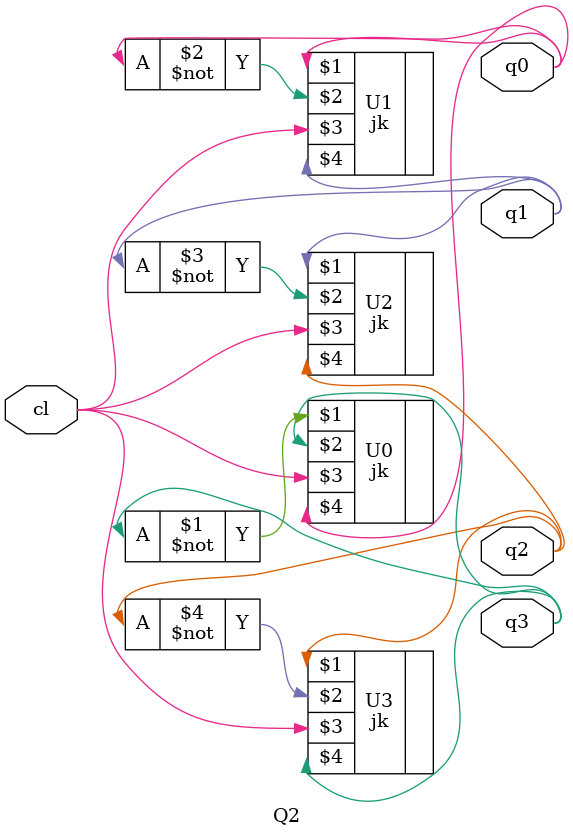
<source format=v>
module Q2(q0, q1, q2, q3, cl);
input cl;
output q0, q1, q2, q3;

jk U0 (~q3, q3, cl, q0);
jk U1 (q0, ~q0, cl, q1);
jk U2 (q1, ~q1, cl, q2);
jk U3 (q2, ~q2, cl, q3);

endmodule
</source>
